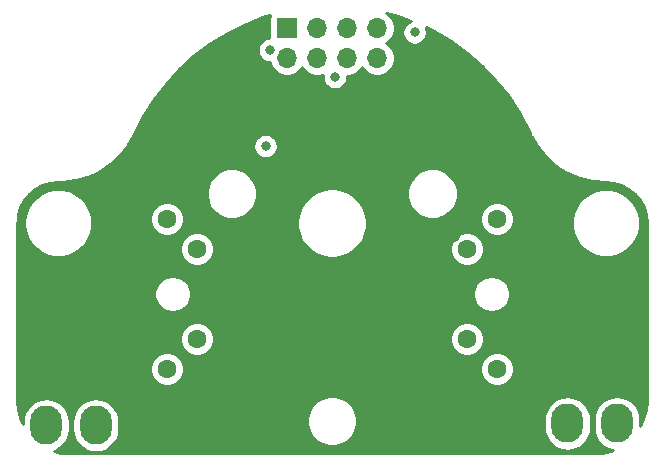
<source format=gbr>
%TF.GenerationSoftware,KiCad,Pcbnew,(5.1.12-1-10_14)*%
%TF.CreationDate,2021-11-28T15:33:12+11:00*%
%TF.ProjectId,dual_needle_gauge,6475616c-5f6e-4656-9564-6c655f676175,rev?*%
%TF.SameCoordinates,Original*%
%TF.FileFunction,Copper,L2,Inr*%
%TF.FilePolarity,Positive*%
%FSLAX46Y46*%
G04 Gerber Fmt 4.6, Leading zero omitted, Abs format (unit mm)*
G04 Created by KiCad (PCBNEW (5.1.12-1-10_14)) date 2021-11-28 15:33:12*
%MOMM*%
%LPD*%
G01*
G04 APERTURE LIST*
%TA.AperFunction,ComponentPad*%
%ADD10C,1.600000*%
%TD*%
%TA.AperFunction,ComponentPad*%
%ADD11O,2.700000X3.300000*%
%TD*%
%TA.AperFunction,ComponentPad*%
%ADD12O,1.700000X1.700000*%
%TD*%
%TA.AperFunction,ComponentPad*%
%ADD13R,1.700000X1.700000*%
%TD*%
%TA.AperFunction,ViaPad*%
%ADD14C,0.800000*%
%TD*%
%TA.AperFunction,Conductor*%
%ADD15C,0.254000*%
%TD*%
%TA.AperFunction,Conductor*%
%ADD16C,0.100000*%
%TD*%
G04 APERTURE END LIST*
D10*
%TO.N,/COIL8*%
%TO.C,M1*%
X193630576Y-128559417D03*
%TO.N,/COIL7*%
X193630576Y-120939417D03*
%TO.N,/COIL6*%
X170770576Y-128559417D03*
%TO.N,/COIL5*%
X170770576Y-120939417D03*
%TO.N,/COIL4*%
X196170576Y-131099417D03*
%TO.N,/COIL3*%
X196170576Y-118399417D03*
%TO.N,/COIL2*%
X168230576Y-131099417D03*
%TO.N,/COIL1*%
X168222000Y-118393000D03*
%TD*%
D11*
%TO.N,/DOUT*%
%TO.C,J3*%
X202122000Y-135710000D03*
%TO.N,/LEDGND*%
X206322000Y-135710000D03*
%TO.N,/LED+5V*%
X202122000Y-130210000D03*
%TA.AperFunction,ComponentPad*%
G36*
G01*
X207672000Y-128810001D02*
X207672000Y-131609999D01*
G75*
G02*
X207421999Y-131860000I-250001J0D01*
G01*
X205222001Y-131860000D01*
G75*
G02*
X204972000Y-131609999I0J250001D01*
G01*
X204972000Y-128810001D01*
G75*
G02*
X205222001Y-128560000I250001J0D01*
G01*
X207421999Y-128560000D01*
G75*
G02*
X207672000Y-128810001I0J-250001D01*
G01*
G37*
%TD.AperFunction*%
%TD*%
%TO.N,/DIN*%
%TO.C,J1*%
X157989000Y-135863000D03*
%TO.N,/LEDGND*%
X162189000Y-135863000D03*
%TO.N,/LED+5V*%
X157989000Y-130363000D03*
%TA.AperFunction,ComponentPad*%
G36*
G01*
X163539000Y-128963001D02*
X163539000Y-131762999D01*
G75*
G02*
X163288999Y-132013000I-250001J0D01*
G01*
X161089001Y-132013000D01*
G75*
G02*
X160839000Y-131762999I0J250001D01*
G01*
X160839000Y-128963001D01*
G75*
G02*
X161089001Y-128713000I250001J0D01*
G01*
X163288999Y-128713000D01*
G75*
G02*
X163539000Y-128963001I0J-250001D01*
G01*
G37*
%TD.AperFunction*%
%TD*%
D12*
%TO.N,/COIL7*%
%TO.C,J2*%
X186002000Y-104773000D03*
%TO.N,/COIL3*%
X186002000Y-102233000D03*
%TO.N,/COIL8*%
X183462000Y-104773000D03*
%TO.N,/COIL4*%
X183462000Y-102233000D03*
%TO.N,/COIL6*%
X180922000Y-104773000D03*
%TO.N,/COIL2*%
X180922000Y-102233000D03*
%TO.N,/COIL5*%
X178382000Y-104773000D03*
D13*
%TO.N,/COIL1*%
X178382000Y-102233000D03*
%TD*%
D14*
%TO.N,/LED+5V*%
X183464500Y-115398900D03*
X178173600Y-119173900D03*
X175811900Y-120099700D03*
X174479400Y-106750800D03*
X173088400Y-125141900D03*
X189182000Y-134353100D03*
X183239400Y-109195500D03*
X179755200Y-133598200D03*
X199191900Y-121272300D03*
X197073800Y-116479600D03*
X187419300Y-119418700D03*
X175384500Y-134170600D03*
X171225800Y-109265400D03*
X188690300Y-106874000D03*
X180905000Y-109195500D03*
X177319400Y-109195500D03*
X171216700Y-112197000D03*
X175871500Y-110045100D03*
X186649200Y-109233300D03*
X197004500Y-110433000D03*
X188390100Y-113644100D03*
X171908800Y-118294100D03*
X164574500Y-117330600D03*
X192635600Y-119896200D03*
X193448600Y-126799000D03*
X187607000Y-126418900D03*
X175211000Y-127661400D03*
X179656000Y-127661400D03*
X184101000Y-127661400D03*
X168934165Y-121858000D03*
X176346260Y-116206257D03*
X192344100Y-110332800D03*
%TO.N,/LEDGND*%
X176939341Y-104113176D03*
X182439341Y-106363176D03*
X176563082Y-112236917D03*
X189189341Y-102613176D03*
%TD*%
D15*
%TO.N,/LED+5V*%
X187736703Y-101209735D02*
X188869496Y-101625384D01*
X188699085Y-101695971D01*
X188529567Y-101809239D01*
X188385404Y-101953402D01*
X188272136Y-102122920D01*
X188194115Y-102311278D01*
X188154341Y-102511237D01*
X188154341Y-102715115D01*
X188194115Y-102915074D01*
X188272136Y-103103432D01*
X188385404Y-103272950D01*
X188529567Y-103417113D01*
X188699085Y-103530381D01*
X188887443Y-103608402D01*
X189087402Y-103648176D01*
X189291280Y-103648176D01*
X189491239Y-103608402D01*
X189679597Y-103530381D01*
X189849115Y-103417113D01*
X189993278Y-103272950D01*
X190106546Y-103103432D01*
X190184567Y-102915074D01*
X190224341Y-102715115D01*
X190224341Y-102511237D01*
X190184567Y-102311278D01*
X190128298Y-102175435D01*
X190810727Y-102498736D01*
X192247539Y-103346749D01*
X193601574Y-104321490D01*
X194861686Y-105414932D01*
X196017514Y-106618085D01*
X197059543Y-107921046D01*
X197979190Y-109313083D01*
X198774231Y-110792682D01*
X198947451Y-111164047D01*
X198949719Y-111168385D01*
X198950683Y-111170874D01*
X199075461Y-111430583D01*
X199092246Y-111459466D01*
X199107390Y-111489237D01*
X199627460Y-112339179D01*
X199677103Y-112407602D01*
X199688279Y-112423006D01*
X200334906Y-113181127D01*
X200399650Y-113245957D01*
X200408089Y-113254407D01*
X201165351Y-113902040D01*
X201249098Y-113962971D01*
X202098348Y-114484167D01*
X202127643Y-114499118D01*
X202190596Y-114531247D01*
X203110925Y-114913175D01*
X203158218Y-114928576D01*
X203209400Y-114945244D01*
X204178144Y-115178499D01*
X204275842Y-115194039D01*
X204280425Y-115194768D01*
X205267518Y-115273113D01*
X205293517Y-115275674D01*
X205337040Y-115275675D01*
X206042234Y-115344820D01*
X206689498Y-115540240D01*
X207286474Y-115857658D01*
X207810429Y-116284985D01*
X208241404Y-116805944D01*
X208562981Y-117400688D01*
X208762916Y-118046574D01*
X208836840Y-118749907D01*
X208836841Y-133800428D01*
X208764403Y-134612080D01*
X208557168Y-135369605D01*
X208307000Y-135894092D01*
X208307000Y-135312491D01*
X208278278Y-135020873D01*
X208164774Y-134646698D01*
X207980453Y-134301857D01*
X207732398Y-133999602D01*
X207430143Y-133751547D01*
X207085302Y-133567226D01*
X206711128Y-133453722D01*
X206322000Y-133415396D01*
X205932873Y-133453722D01*
X205558699Y-133567226D01*
X205213858Y-133751547D01*
X204911603Y-133999602D01*
X204663547Y-134301857D01*
X204479226Y-134646698D01*
X204365722Y-135020872D01*
X204337000Y-135312490D01*
X204337000Y-136107509D01*
X204365722Y-136399127D01*
X204479226Y-136773301D01*
X204663547Y-137118143D01*
X204911602Y-137420398D01*
X205213857Y-137668453D01*
X205558698Y-137852774D01*
X205932872Y-137966278D01*
X205938833Y-137966865D01*
X205825803Y-138016482D01*
X205057072Y-138201037D01*
X204392632Y-138249831D01*
X159996234Y-138249831D01*
X159184593Y-138177394D01*
X158659811Y-138033830D01*
X158752301Y-138005774D01*
X159097143Y-137821453D01*
X159399398Y-137573398D01*
X159647453Y-137271143D01*
X159831774Y-136926302D01*
X159945278Y-136552128D01*
X159974000Y-136260510D01*
X159974000Y-135465491D01*
X159974000Y-135465490D01*
X160204000Y-135465490D01*
X160204000Y-136260509D01*
X160232722Y-136552127D01*
X160346226Y-136926301D01*
X160530547Y-137271143D01*
X160778602Y-137573398D01*
X161080857Y-137821453D01*
X161425698Y-138005774D01*
X161799872Y-138119278D01*
X162189000Y-138157604D01*
X162578127Y-138119278D01*
X162952301Y-138005774D01*
X163297143Y-137821453D01*
X163599398Y-137573398D01*
X163847453Y-137271143D01*
X164031774Y-136926302D01*
X164145278Y-136552128D01*
X164174000Y-136260510D01*
X164174000Y-135465491D01*
X164156984Y-135292721D01*
X180057000Y-135292721D01*
X180057000Y-135713279D01*
X180139047Y-136125756D01*
X180299988Y-136514302D01*
X180533637Y-136863983D01*
X180831017Y-137161363D01*
X181180698Y-137395012D01*
X181569244Y-137555953D01*
X181981721Y-137638000D01*
X182402279Y-137638000D01*
X182814756Y-137555953D01*
X183203302Y-137395012D01*
X183552983Y-137161363D01*
X183850363Y-136863983D01*
X184084012Y-136514302D01*
X184244953Y-136125756D01*
X184327000Y-135713279D01*
X184327000Y-135312490D01*
X200137000Y-135312490D01*
X200137000Y-136107509D01*
X200165722Y-136399127D01*
X200279226Y-136773301D01*
X200463547Y-137118143D01*
X200711602Y-137420398D01*
X201013857Y-137668453D01*
X201358698Y-137852774D01*
X201732872Y-137966278D01*
X202122000Y-138004604D01*
X202511127Y-137966278D01*
X202885301Y-137852774D01*
X203230143Y-137668453D01*
X203532398Y-137420398D01*
X203780453Y-137118143D01*
X203964774Y-136773302D01*
X204078278Y-136399128D01*
X204107000Y-136107510D01*
X204107000Y-135312491D01*
X204078278Y-135020873D01*
X203964774Y-134646698D01*
X203780453Y-134301857D01*
X203532398Y-133999602D01*
X203230143Y-133751547D01*
X202885302Y-133567226D01*
X202511128Y-133453722D01*
X202122000Y-133415396D01*
X201732873Y-133453722D01*
X201358699Y-133567226D01*
X201013858Y-133751547D01*
X200711603Y-133999602D01*
X200463547Y-134301857D01*
X200279226Y-134646698D01*
X200165722Y-135020872D01*
X200137000Y-135312490D01*
X184327000Y-135312490D01*
X184327000Y-135292721D01*
X184244953Y-134880244D01*
X184084012Y-134491698D01*
X183850363Y-134142017D01*
X183552983Y-133844637D01*
X183203302Y-133610988D01*
X182814756Y-133450047D01*
X182402279Y-133368000D01*
X181981721Y-133368000D01*
X181569244Y-133450047D01*
X181180698Y-133610988D01*
X180831017Y-133844637D01*
X180533637Y-134142017D01*
X180299988Y-134491698D01*
X180139047Y-134880244D01*
X180057000Y-135292721D01*
X164156984Y-135292721D01*
X164145278Y-135173873D01*
X164031774Y-134799698D01*
X163847453Y-134454857D01*
X163599398Y-134152602D01*
X163297143Y-133904547D01*
X162952302Y-133720226D01*
X162578128Y-133606722D01*
X162189000Y-133568396D01*
X161799873Y-133606722D01*
X161425699Y-133720226D01*
X161080858Y-133904547D01*
X160778603Y-134152602D01*
X160530547Y-134454857D01*
X160346226Y-134799698D01*
X160232722Y-135173872D01*
X160204000Y-135465490D01*
X159974000Y-135465490D01*
X159945278Y-135173873D01*
X159831774Y-134799698D01*
X159647453Y-134454857D01*
X159399398Y-134152602D01*
X159097143Y-133904547D01*
X158752302Y-133720226D01*
X158378128Y-133606722D01*
X157989000Y-133568396D01*
X157599873Y-133606722D01*
X157225699Y-133720226D01*
X156880858Y-133904547D01*
X156578603Y-134152602D01*
X156330547Y-134454857D01*
X156146226Y-134799698D01*
X156032722Y-135173872D01*
X156004000Y-135465490D01*
X156004000Y-135748645D01*
X155780191Y-135238794D01*
X155595636Y-134470063D01*
X155546842Y-133805623D01*
X155546842Y-130958082D01*
X166795576Y-130958082D01*
X166795576Y-131240752D01*
X166850723Y-131517991D01*
X166958896Y-131779144D01*
X167115939Y-132014176D01*
X167315817Y-132214054D01*
X167550849Y-132371097D01*
X167812002Y-132479270D01*
X168089241Y-132534417D01*
X168371911Y-132534417D01*
X168649150Y-132479270D01*
X168910303Y-132371097D01*
X169145335Y-132214054D01*
X169345213Y-132014176D01*
X169502256Y-131779144D01*
X169610429Y-131517991D01*
X169665576Y-131240752D01*
X169665576Y-130958082D01*
X194735576Y-130958082D01*
X194735576Y-131240752D01*
X194790723Y-131517991D01*
X194898896Y-131779144D01*
X195055939Y-132014176D01*
X195255817Y-132214054D01*
X195490849Y-132371097D01*
X195752002Y-132479270D01*
X196029241Y-132534417D01*
X196311911Y-132534417D01*
X196589150Y-132479270D01*
X196850303Y-132371097D01*
X197085335Y-132214054D01*
X197285213Y-132014176D01*
X197442256Y-131779144D01*
X197550429Y-131517991D01*
X197605576Y-131240752D01*
X197605576Y-130958082D01*
X197550429Y-130680843D01*
X197442256Y-130419690D01*
X197285213Y-130184658D01*
X197085335Y-129984780D01*
X196850303Y-129827737D01*
X196589150Y-129719564D01*
X196311911Y-129664417D01*
X196029241Y-129664417D01*
X195752002Y-129719564D01*
X195490849Y-129827737D01*
X195255817Y-129984780D01*
X195055939Y-130184658D01*
X194898896Y-130419690D01*
X194790723Y-130680843D01*
X194735576Y-130958082D01*
X169665576Y-130958082D01*
X169610429Y-130680843D01*
X169502256Y-130419690D01*
X169345213Y-130184658D01*
X169145335Y-129984780D01*
X168910303Y-129827737D01*
X168649150Y-129719564D01*
X168371911Y-129664417D01*
X168089241Y-129664417D01*
X167812002Y-129719564D01*
X167550849Y-129827737D01*
X167315817Y-129984780D01*
X167115939Y-130184658D01*
X166958896Y-130419690D01*
X166850723Y-130680843D01*
X166795576Y-130958082D01*
X155546842Y-130958082D01*
X155546842Y-128418082D01*
X169335576Y-128418082D01*
X169335576Y-128700752D01*
X169390723Y-128977991D01*
X169498896Y-129239144D01*
X169655939Y-129474176D01*
X169855817Y-129674054D01*
X170090849Y-129831097D01*
X170352002Y-129939270D01*
X170629241Y-129994417D01*
X170911911Y-129994417D01*
X171189150Y-129939270D01*
X171450303Y-129831097D01*
X171685335Y-129674054D01*
X171885213Y-129474176D01*
X172042256Y-129239144D01*
X172150429Y-128977991D01*
X172205576Y-128700752D01*
X172205576Y-128418082D01*
X192195576Y-128418082D01*
X192195576Y-128700752D01*
X192250723Y-128977991D01*
X192358896Y-129239144D01*
X192515939Y-129474176D01*
X192715817Y-129674054D01*
X192950849Y-129831097D01*
X193212002Y-129939270D01*
X193489241Y-129994417D01*
X193771911Y-129994417D01*
X194049150Y-129939270D01*
X194310303Y-129831097D01*
X194545335Y-129674054D01*
X194745213Y-129474176D01*
X194902256Y-129239144D01*
X195010429Y-128977991D01*
X195065576Y-128700752D01*
X195065576Y-128418082D01*
X195010429Y-128140843D01*
X194902256Y-127879690D01*
X194745213Y-127644658D01*
X194545335Y-127444780D01*
X194310303Y-127287737D01*
X194049150Y-127179564D01*
X193771911Y-127124417D01*
X193489241Y-127124417D01*
X193212002Y-127179564D01*
X192950849Y-127287737D01*
X192715817Y-127444780D01*
X192515939Y-127644658D01*
X192358896Y-127879690D01*
X192250723Y-128140843D01*
X192195576Y-128418082D01*
X172205576Y-128418082D01*
X172150429Y-128140843D01*
X172042256Y-127879690D01*
X171885213Y-127644658D01*
X171685335Y-127444780D01*
X171450303Y-127287737D01*
X171189150Y-127179564D01*
X170911911Y-127124417D01*
X170629241Y-127124417D01*
X170352002Y-127179564D01*
X170090849Y-127287737D01*
X169855817Y-127444780D01*
X169655939Y-127644658D01*
X169498896Y-127879690D01*
X169390723Y-128140843D01*
X169335576Y-128418082D01*
X155546842Y-128418082D01*
X155546842Y-124601816D01*
X167157000Y-124601816D01*
X167157000Y-124904184D01*
X167215989Y-125200743D01*
X167331701Y-125480095D01*
X167499688Y-125731505D01*
X167713495Y-125945312D01*
X167964905Y-126113299D01*
X168244257Y-126229011D01*
X168540816Y-126288000D01*
X168843184Y-126288000D01*
X169139743Y-126229011D01*
X169419095Y-126113299D01*
X169670505Y-125945312D01*
X169884312Y-125731505D01*
X170052299Y-125480095D01*
X170168011Y-125200743D01*
X170227000Y-124904184D01*
X170227000Y-124601816D01*
X194157000Y-124601816D01*
X194157000Y-124904184D01*
X194215989Y-125200743D01*
X194331701Y-125480095D01*
X194499688Y-125731505D01*
X194713495Y-125945312D01*
X194964905Y-126113299D01*
X195244257Y-126229011D01*
X195540816Y-126288000D01*
X195843184Y-126288000D01*
X196139743Y-126229011D01*
X196419095Y-126113299D01*
X196670505Y-125945312D01*
X196884312Y-125731505D01*
X197052299Y-125480095D01*
X197168011Y-125200743D01*
X197227000Y-124904184D01*
X197227000Y-124601816D01*
X197168011Y-124305257D01*
X197052299Y-124025905D01*
X196884312Y-123774495D01*
X196670505Y-123560688D01*
X196419095Y-123392701D01*
X196139743Y-123276989D01*
X195843184Y-123218000D01*
X195540816Y-123218000D01*
X195244257Y-123276989D01*
X194964905Y-123392701D01*
X194713495Y-123560688D01*
X194499688Y-123774495D01*
X194331701Y-124025905D01*
X194215989Y-124305257D01*
X194157000Y-124601816D01*
X170227000Y-124601816D01*
X170168011Y-124305257D01*
X170052299Y-124025905D01*
X169884312Y-123774495D01*
X169670505Y-123560688D01*
X169419095Y-123392701D01*
X169139743Y-123276989D01*
X168843184Y-123218000D01*
X168540816Y-123218000D01*
X168244257Y-123276989D01*
X167964905Y-123392701D01*
X167713495Y-123560688D01*
X167499688Y-123774495D01*
X167331701Y-124025905D01*
X167215989Y-124305257D01*
X167157000Y-124601816D01*
X155546842Y-124601816D01*
X155546842Y-118775445D01*
X155577884Y-118458852D01*
X156129000Y-118458852D01*
X156129000Y-119027148D01*
X156239869Y-119584523D01*
X156457346Y-120109560D01*
X156773074Y-120582080D01*
X157174920Y-120983926D01*
X157647440Y-121299654D01*
X158172477Y-121517131D01*
X158729852Y-121628000D01*
X159298148Y-121628000D01*
X159855523Y-121517131D01*
X160380560Y-121299654D01*
X160853080Y-120983926D01*
X161038924Y-120798082D01*
X169335576Y-120798082D01*
X169335576Y-121080752D01*
X169390723Y-121357991D01*
X169498896Y-121619144D01*
X169655939Y-121854176D01*
X169855817Y-122054054D01*
X170090849Y-122211097D01*
X170352002Y-122319270D01*
X170629241Y-122374417D01*
X170911911Y-122374417D01*
X171189150Y-122319270D01*
X171450303Y-122211097D01*
X171685335Y-122054054D01*
X171885213Y-121854176D01*
X172042256Y-121619144D01*
X172150429Y-121357991D01*
X172205576Y-121080752D01*
X172205576Y-120798082D01*
X172150429Y-120520843D01*
X172042256Y-120259690D01*
X171885213Y-120024658D01*
X171685335Y-119824780D01*
X171450303Y-119667737D01*
X171189150Y-119559564D01*
X170911911Y-119504417D01*
X170629241Y-119504417D01*
X170352002Y-119559564D01*
X170090849Y-119667737D01*
X169855817Y-119824780D01*
X169655939Y-120024658D01*
X169498896Y-120259690D01*
X169390723Y-120520843D01*
X169335576Y-120798082D01*
X161038924Y-120798082D01*
X161254926Y-120582080D01*
X161570654Y-120109560D01*
X161788131Y-119584523D01*
X161899000Y-119027148D01*
X161899000Y-118458852D01*
X161857788Y-118251665D01*
X166787000Y-118251665D01*
X166787000Y-118534335D01*
X166842147Y-118811574D01*
X166950320Y-119072727D01*
X167107363Y-119307759D01*
X167307241Y-119507637D01*
X167542273Y-119664680D01*
X167803426Y-119772853D01*
X168080665Y-119828000D01*
X168363335Y-119828000D01*
X168640574Y-119772853D01*
X168901727Y-119664680D01*
X169136759Y-119507637D01*
X169336637Y-119307759D01*
X169493680Y-119072727D01*
X169601853Y-118811574D01*
X169657000Y-118534335D01*
X169657000Y-118463928D01*
X179257000Y-118463928D01*
X179257000Y-119042072D01*
X179369791Y-119609108D01*
X179591037Y-120143244D01*
X179912237Y-120623953D01*
X180321047Y-121032763D01*
X180801756Y-121353963D01*
X181335892Y-121575209D01*
X181902928Y-121688000D01*
X182481072Y-121688000D01*
X183048108Y-121575209D01*
X183582244Y-121353963D01*
X184062953Y-121032763D01*
X184297634Y-120798082D01*
X192195576Y-120798082D01*
X192195576Y-121080752D01*
X192250723Y-121357991D01*
X192358896Y-121619144D01*
X192515939Y-121854176D01*
X192715817Y-122054054D01*
X192950849Y-122211097D01*
X193212002Y-122319270D01*
X193489241Y-122374417D01*
X193771911Y-122374417D01*
X194049150Y-122319270D01*
X194310303Y-122211097D01*
X194545335Y-122054054D01*
X194745213Y-121854176D01*
X194902256Y-121619144D01*
X195010429Y-121357991D01*
X195065576Y-121080752D01*
X195065576Y-120798082D01*
X195010429Y-120520843D01*
X194902256Y-120259690D01*
X194745213Y-120024658D01*
X194545335Y-119824780D01*
X194310303Y-119667737D01*
X194049150Y-119559564D01*
X193771911Y-119504417D01*
X193489241Y-119504417D01*
X193212002Y-119559564D01*
X192950849Y-119667737D01*
X192715817Y-119824780D01*
X192515939Y-120024658D01*
X192358896Y-120259690D01*
X192250723Y-120520843D01*
X192195576Y-120798082D01*
X184297634Y-120798082D01*
X184471763Y-120623953D01*
X184792963Y-120143244D01*
X185014209Y-119609108D01*
X185127000Y-119042072D01*
X185127000Y-118463928D01*
X185014209Y-117896892D01*
X184792963Y-117362756D01*
X184471763Y-116882047D01*
X184062953Y-116473237D01*
X183582244Y-116152037D01*
X183342474Y-116052721D01*
X188547000Y-116052721D01*
X188547000Y-116473279D01*
X188629047Y-116885756D01*
X188789988Y-117274302D01*
X189023637Y-117623983D01*
X189321017Y-117921363D01*
X189670698Y-118155012D01*
X190059244Y-118315953D01*
X190471721Y-118398000D01*
X190892279Y-118398000D01*
X191304756Y-118315953D01*
X191444468Y-118258082D01*
X194735576Y-118258082D01*
X194735576Y-118540752D01*
X194790723Y-118817991D01*
X194898896Y-119079144D01*
X195055939Y-119314176D01*
X195255817Y-119514054D01*
X195490849Y-119671097D01*
X195752002Y-119779270D01*
X196029241Y-119834417D01*
X196311911Y-119834417D01*
X196589150Y-119779270D01*
X196850303Y-119671097D01*
X197085335Y-119514054D01*
X197285213Y-119314176D01*
X197442256Y-119079144D01*
X197550429Y-118817991D01*
X197605576Y-118540752D01*
X197605576Y-118458852D01*
X202484000Y-118458852D01*
X202484000Y-119027148D01*
X202594869Y-119584523D01*
X202812346Y-120109560D01*
X203128074Y-120582080D01*
X203529920Y-120983926D01*
X204002440Y-121299654D01*
X204527477Y-121517131D01*
X205084852Y-121628000D01*
X205653148Y-121628000D01*
X206210523Y-121517131D01*
X206735560Y-121299654D01*
X207208080Y-120983926D01*
X207609926Y-120582080D01*
X207925654Y-120109560D01*
X208143131Y-119584523D01*
X208254000Y-119027148D01*
X208254000Y-118458852D01*
X208143131Y-117901477D01*
X207925654Y-117376440D01*
X207609926Y-116903920D01*
X207208080Y-116502074D01*
X206735560Y-116186346D01*
X206210523Y-115968869D01*
X205653148Y-115858000D01*
X205084852Y-115858000D01*
X204527477Y-115968869D01*
X204002440Y-116186346D01*
X203529920Y-116502074D01*
X203128074Y-116903920D01*
X202812346Y-117376440D01*
X202594869Y-117901477D01*
X202484000Y-118458852D01*
X197605576Y-118458852D01*
X197605576Y-118258082D01*
X197550429Y-117980843D01*
X197442256Y-117719690D01*
X197285213Y-117484658D01*
X197085335Y-117284780D01*
X196850303Y-117127737D01*
X196589150Y-117019564D01*
X196311911Y-116964417D01*
X196029241Y-116964417D01*
X195752002Y-117019564D01*
X195490849Y-117127737D01*
X195255817Y-117284780D01*
X195055939Y-117484658D01*
X194898896Y-117719690D01*
X194790723Y-117980843D01*
X194735576Y-118258082D01*
X191444468Y-118258082D01*
X191693302Y-118155012D01*
X192042983Y-117921363D01*
X192340363Y-117623983D01*
X192574012Y-117274302D01*
X192734953Y-116885756D01*
X192817000Y-116473279D01*
X192817000Y-116052721D01*
X192734953Y-115640244D01*
X192574012Y-115251698D01*
X192340363Y-114902017D01*
X192042983Y-114604637D01*
X191693302Y-114370988D01*
X191304756Y-114210047D01*
X190892279Y-114128000D01*
X190471721Y-114128000D01*
X190059244Y-114210047D01*
X189670698Y-114370988D01*
X189321017Y-114604637D01*
X189023637Y-114902017D01*
X188789988Y-115251698D01*
X188629047Y-115640244D01*
X188547000Y-116052721D01*
X183342474Y-116052721D01*
X183048108Y-115930791D01*
X182481072Y-115818000D01*
X181902928Y-115818000D01*
X181335892Y-115930791D01*
X180801756Y-116152037D01*
X180321047Y-116473237D01*
X179912237Y-116882047D01*
X179591037Y-117362756D01*
X179369791Y-117896892D01*
X179257000Y-118463928D01*
X169657000Y-118463928D01*
X169657000Y-118251665D01*
X169601853Y-117974426D01*
X169493680Y-117713273D01*
X169336637Y-117478241D01*
X169136759Y-117278363D01*
X168901727Y-117121320D01*
X168640574Y-117013147D01*
X168363335Y-116958000D01*
X168080665Y-116958000D01*
X167803426Y-117013147D01*
X167542273Y-117121320D01*
X167307241Y-117278363D01*
X167107363Y-117478241D01*
X166950320Y-117713273D01*
X166842147Y-117974426D01*
X166787000Y-118251665D01*
X161857788Y-118251665D01*
X161788131Y-117901477D01*
X161570654Y-117376440D01*
X161254926Y-116903920D01*
X160853080Y-116502074D01*
X160380560Y-116186346D01*
X160057961Y-116052721D01*
X171567000Y-116052721D01*
X171567000Y-116473279D01*
X171649047Y-116885756D01*
X171809988Y-117274302D01*
X172043637Y-117623983D01*
X172341017Y-117921363D01*
X172690698Y-118155012D01*
X173079244Y-118315953D01*
X173491721Y-118398000D01*
X173912279Y-118398000D01*
X174324756Y-118315953D01*
X174713302Y-118155012D01*
X175062983Y-117921363D01*
X175360363Y-117623983D01*
X175594012Y-117274302D01*
X175754953Y-116885756D01*
X175837000Y-116473279D01*
X175837000Y-116052721D01*
X175754953Y-115640244D01*
X175594012Y-115251698D01*
X175360363Y-114902017D01*
X175062983Y-114604637D01*
X174713302Y-114370988D01*
X174324756Y-114210047D01*
X173912279Y-114128000D01*
X173491721Y-114128000D01*
X173079244Y-114210047D01*
X172690698Y-114370988D01*
X172341017Y-114604637D01*
X172043637Y-114902017D01*
X171809988Y-115251698D01*
X171649047Y-115640244D01*
X171567000Y-116052721D01*
X160057961Y-116052721D01*
X159855523Y-115968869D01*
X159298148Y-115858000D01*
X158729852Y-115858000D01*
X158172477Y-115968869D01*
X157647440Y-116186346D01*
X157174920Y-116502074D01*
X156773074Y-116903920D01*
X156457346Y-117376440D01*
X156239869Y-117901477D01*
X156129000Y-118458852D01*
X155577884Y-118458852D01*
X155615984Y-118070283D01*
X155811403Y-117423021D01*
X156128824Y-116826040D01*
X156556151Y-116302087D01*
X157077108Y-115871112D01*
X157671854Y-115549535D01*
X158317739Y-115349600D01*
X159021063Y-115275677D01*
X159085937Y-115275677D01*
X159093403Y-115274942D01*
X159356547Y-115268970D01*
X159389780Y-115265594D01*
X159423150Y-115264079D01*
X160411940Y-115140919D01*
X160513391Y-115120094D01*
X161470740Y-114843769D01*
X161507178Y-114830073D01*
X161567683Y-114807331D01*
X162470020Y-114384646D01*
X162560071Y-114333490D01*
X163385176Y-113774852D01*
X163466115Y-113710239D01*
X164193671Y-113029404D01*
X164263506Y-112952925D01*
X164263507Y-112952923D01*
X164875598Y-112166659D01*
X164896487Y-112134978D01*
X175528082Y-112134978D01*
X175528082Y-112338856D01*
X175567856Y-112538815D01*
X175645877Y-112727173D01*
X175759145Y-112896691D01*
X175903308Y-113040854D01*
X176072826Y-113154122D01*
X176261184Y-113232143D01*
X176461143Y-113271917D01*
X176665021Y-113271917D01*
X176864980Y-113232143D01*
X177053338Y-113154122D01*
X177222856Y-113040854D01*
X177367019Y-112896691D01*
X177480287Y-112727173D01*
X177558308Y-112538815D01*
X177598082Y-112338856D01*
X177598082Y-112134978D01*
X177558308Y-111935019D01*
X177480287Y-111746661D01*
X177367019Y-111577143D01*
X177222856Y-111432980D01*
X177053338Y-111319712D01*
X176864980Y-111241691D01*
X176665021Y-111201917D01*
X176461143Y-111201917D01*
X176261184Y-111241691D01*
X176072826Y-111319712D01*
X175903308Y-111432980D01*
X175759145Y-111577143D01*
X175645877Y-111746661D01*
X175567856Y-111935019D01*
X175528082Y-112134978D01*
X164896487Y-112134978D01*
X164913190Y-112109647D01*
X164932610Y-112080196D01*
X165414167Y-111207856D01*
X165415557Y-111204791D01*
X165424691Y-111188003D01*
X166194391Y-109674071D01*
X167082184Y-108261510D01*
X168094353Y-106935217D01*
X169222554Y-105706127D01*
X170457511Y-104584343D01*
X171789064Y-103579098D01*
X173206239Y-102698676D01*
X174697365Y-101950323D01*
X176250184Y-101340195D01*
X176942767Y-101138316D01*
X176942498Y-101138820D01*
X176906188Y-101258518D01*
X176893928Y-101383000D01*
X176893928Y-103078176D01*
X176837402Y-103078176D01*
X176637443Y-103117950D01*
X176449085Y-103195971D01*
X176279567Y-103309239D01*
X176135404Y-103453402D01*
X176022136Y-103622920D01*
X175944115Y-103811278D01*
X175904341Y-104011237D01*
X175904341Y-104215115D01*
X175944115Y-104415074D01*
X176022136Y-104603432D01*
X176135404Y-104772950D01*
X176279567Y-104917113D01*
X176449085Y-105030381D01*
X176637443Y-105108402D01*
X176837402Y-105148176D01*
X176942535Y-105148176D01*
X176954068Y-105206158D01*
X177066010Y-105476411D01*
X177228525Y-105719632D01*
X177435368Y-105926475D01*
X177678589Y-106088990D01*
X177948842Y-106200932D01*
X178235740Y-106258000D01*
X178528260Y-106258000D01*
X178815158Y-106200932D01*
X179085411Y-106088990D01*
X179328632Y-105926475D01*
X179535475Y-105719632D01*
X179652000Y-105545240D01*
X179768525Y-105719632D01*
X179975368Y-105926475D01*
X180218589Y-106088990D01*
X180488842Y-106200932D01*
X180775740Y-106258000D01*
X181068260Y-106258000D01*
X181355158Y-106200932D01*
X181421829Y-106173316D01*
X181404341Y-106261237D01*
X181404341Y-106465115D01*
X181444115Y-106665074D01*
X181522136Y-106853432D01*
X181635404Y-107022950D01*
X181779567Y-107167113D01*
X181949085Y-107280381D01*
X182137443Y-107358402D01*
X182337402Y-107398176D01*
X182541280Y-107398176D01*
X182741239Y-107358402D01*
X182929597Y-107280381D01*
X183099115Y-107167113D01*
X183243278Y-107022950D01*
X183356546Y-106853432D01*
X183434567Y-106665074D01*
X183474341Y-106465115D01*
X183474341Y-106261237D01*
X183473697Y-106258000D01*
X183608260Y-106258000D01*
X183895158Y-106200932D01*
X184165411Y-106088990D01*
X184408632Y-105926475D01*
X184615475Y-105719632D01*
X184732000Y-105545240D01*
X184848525Y-105719632D01*
X185055368Y-105926475D01*
X185298589Y-106088990D01*
X185568842Y-106200932D01*
X185855740Y-106258000D01*
X186148260Y-106258000D01*
X186435158Y-106200932D01*
X186705411Y-106088990D01*
X186948632Y-105926475D01*
X187155475Y-105719632D01*
X187317990Y-105476411D01*
X187429932Y-105206158D01*
X187487000Y-104919260D01*
X187487000Y-104626740D01*
X187429932Y-104339842D01*
X187317990Y-104069589D01*
X187155475Y-103826368D01*
X186948632Y-103619525D01*
X186774240Y-103503000D01*
X186948632Y-103386475D01*
X187155475Y-103179632D01*
X187317990Y-102936411D01*
X187429932Y-102666158D01*
X187487000Y-102379260D01*
X187487000Y-102086740D01*
X187429932Y-101799842D01*
X187317990Y-101529589D01*
X187155475Y-101286368D01*
X186948632Y-101079525D01*
X186748706Y-100945939D01*
X187736703Y-101209735D01*
%TA.AperFunction,Conductor*%
D16*
G36*
X187736703Y-101209735D02*
G01*
X188869496Y-101625384D01*
X188699085Y-101695971D01*
X188529567Y-101809239D01*
X188385404Y-101953402D01*
X188272136Y-102122920D01*
X188194115Y-102311278D01*
X188154341Y-102511237D01*
X188154341Y-102715115D01*
X188194115Y-102915074D01*
X188272136Y-103103432D01*
X188385404Y-103272950D01*
X188529567Y-103417113D01*
X188699085Y-103530381D01*
X188887443Y-103608402D01*
X189087402Y-103648176D01*
X189291280Y-103648176D01*
X189491239Y-103608402D01*
X189679597Y-103530381D01*
X189849115Y-103417113D01*
X189993278Y-103272950D01*
X190106546Y-103103432D01*
X190184567Y-102915074D01*
X190224341Y-102715115D01*
X190224341Y-102511237D01*
X190184567Y-102311278D01*
X190128298Y-102175435D01*
X190810727Y-102498736D01*
X192247539Y-103346749D01*
X193601574Y-104321490D01*
X194861686Y-105414932D01*
X196017514Y-106618085D01*
X197059543Y-107921046D01*
X197979190Y-109313083D01*
X198774231Y-110792682D01*
X198947451Y-111164047D01*
X198949719Y-111168385D01*
X198950683Y-111170874D01*
X199075461Y-111430583D01*
X199092246Y-111459466D01*
X199107390Y-111489237D01*
X199627460Y-112339179D01*
X199677103Y-112407602D01*
X199688279Y-112423006D01*
X200334906Y-113181127D01*
X200399650Y-113245957D01*
X200408089Y-113254407D01*
X201165351Y-113902040D01*
X201249098Y-113962971D01*
X202098348Y-114484167D01*
X202127643Y-114499118D01*
X202190596Y-114531247D01*
X203110925Y-114913175D01*
X203158218Y-114928576D01*
X203209400Y-114945244D01*
X204178144Y-115178499D01*
X204275842Y-115194039D01*
X204280425Y-115194768D01*
X205267518Y-115273113D01*
X205293517Y-115275674D01*
X205337040Y-115275675D01*
X206042234Y-115344820D01*
X206689498Y-115540240D01*
X207286474Y-115857658D01*
X207810429Y-116284985D01*
X208241404Y-116805944D01*
X208562981Y-117400688D01*
X208762916Y-118046574D01*
X208836840Y-118749907D01*
X208836841Y-133800428D01*
X208764403Y-134612080D01*
X208557168Y-135369605D01*
X208307000Y-135894092D01*
X208307000Y-135312491D01*
X208278278Y-135020873D01*
X208164774Y-134646698D01*
X207980453Y-134301857D01*
X207732398Y-133999602D01*
X207430143Y-133751547D01*
X207085302Y-133567226D01*
X206711128Y-133453722D01*
X206322000Y-133415396D01*
X205932873Y-133453722D01*
X205558699Y-133567226D01*
X205213858Y-133751547D01*
X204911603Y-133999602D01*
X204663547Y-134301857D01*
X204479226Y-134646698D01*
X204365722Y-135020872D01*
X204337000Y-135312490D01*
X204337000Y-136107509D01*
X204365722Y-136399127D01*
X204479226Y-136773301D01*
X204663547Y-137118143D01*
X204911602Y-137420398D01*
X205213857Y-137668453D01*
X205558698Y-137852774D01*
X205932872Y-137966278D01*
X205938833Y-137966865D01*
X205825803Y-138016482D01*
X205057072Y-138201037D01*
X204392632Y-138249831D01*
X159996234Y-138249831D01*
X159184593Y-138177394D01*
X158659811Y-138033830D01*
X158752301Y-138005774D01*
X159097143Y-137821453D01*
X159399398Y-137573398D01*
X159647453Y-137271143D01*
X159831774Y-136926302D01*
X159945278Y-136552128D01*
X159974000Y-136260510D01*
X159974000Y-135465491D01*
X159974000Y-135465490D01*
X160204000Y-135465490D01*
X160204000Y-136260509D01*
X160232722Y-136552127D01*
X160346226Y-136926301D01*
X160530547Y-137271143D01*
X160778602Y-137573398D01*
X161080857Y-137821453D01*
X161425698Y-138005774D01*
X161799872Y-138119278D01*
X162189000Y-138157604D01*
X162578127Y-138119278D01*
X162952301Y-138005774D01*
X163297143Y-137821453D01*
X163599398Y-137573398D01*
X163847453Y-137271143D01*
X164031774Y-136926302D01*
X164145278Y-136552128D01*
X164174000Y-136260510D01*
X164174000Y-135465491D01*
X164156984Y-135292721D01*
X180057000Y-135292721D01*
X180057000Y-135713279D01*
X180139047Y-136125756D01*
X180299988Y-136514302D01*
X180533637Y-136863983D01*
X180831017Y-137161363D01*
X181180698Y-137395012D01*
X181569244Y-137555953D01*
X181981721Y-137638000D01*
X182402279Y-137638000D01*
X182814756Y-137555953D01*
X183203302Y-137395012D01*
X183552983Y-137161363D01*
X183850363Y-136863983D01*
X184084012Y-136514302D01*
X184244953Y-136125756D01*
X184327000Y-135713279D01*
X184327000Y-135312490D01*
X200137000Y-135312490D01*
X200137000Y-136107509D01*
X200165722Y-136399127D01*
X200279226Y-136773301D01*
X200463547Y-137118143D01*
X200711602Y-137420398D01*
X201013857Y-137668453D01*
X201358698Y-137852774D01*
X201732872Y-137966278D01*
X202122000Y-138004604D01*
X202511127Y-137966278D01*
X202885301Y-137852774D01*
X203230143Y-137668453D01*
X203532398Y-137420398D01*
X203780453Y-137118143D01*
X203964774Y-136773302D01*
X204078278Y-136399128D01*
X204107000Y-136107510D01*
X204107000Y-135312491D01*
X204078278Y-135020873D01*
X203964774Y-134646698D01*
X203780453Y-134301857D01*
X203532398Y-133999602D01*
X203230143Y-133751547D01*
X202885302Y-133567226D01*
X202511128Y-133453722D01*
X202122000Y-133415396D01*
X201732873Y-133453722D01*
X201358699Y-133567226D01*
X201013858Y-133751547D01*
X200711603Y-133999602D01*
X200463547Y-134301857D01*
X200279226Y-134646698D01*
X200165722Y-135020872D01*
X200137000Y-135312490D01*
X184327000Y-135312490D01*
X184327000Y-135292721D01*
X184244953Y-134880244D01*
X184084012Y-134491698D01*
X183850363Y-134142017D01*
X183552983Y-133844637D01*
X183203302Y-133610988D01*
X182814756Y-133450047D01*
X182402279Y-133368000D01*
X181981721Y-133368000D01*
X181569244Y-133450047D01*
X181180698Y-133610988D01*
X180831017Y-133844637D01*
X180533637Y-134142017D01*
X180299988Y-134491698D01*
X180139047Y-134880244D01*
X180057000Y-135292721D01*
X164156984Y-135292721D01*
X164145278Y-135173873D01*
X164031774Y-134799698D01*
X163847453Y-134454857D01*
X163599398Y-134152602D01*
X163297143Y-133904547D01*
X162952302Y-133720226D01*
X162578128Y-133606722D01*
X162189000Y-133568396D01*
X161799873Y-133606722D01*
X161425699Y-133720226D01*
X161080858Y-133904547D01*
X160778603Y-134152602D01*
X160530547Y-134454857D01*
X160346226Y-134799698D01*
X160232722Y-135173872D01*
X160204000Y-135465490D01*
X159974000Y-135465490D01*
X159945278Y-135173873D01*
X159831774Y-134799698D01*
X159647453Y-134454857D01*
X159399398Y-134152602D01*
X159097143Y-133904547D01*
X158752302Y-133720226D01*
X158378128Y-133606722D01*
X157989000Y-133568396D01*
X157599873Y-133606722D01*
X157225699Y-133720226D01*
X156880858Y-133904547D01*
X156578603Y-134152602D01*
X156330547Y-134454857D01*
X156146226Y-134799698D01*
X156032722Y-135173872D01*
X156004000Y-135465490D01*
X156004000Y-135748645D01*
X155780191Y-135238794D01*
X155595636Y-134470063D01*
X155546842Y-133805623D01*
X155546842Y-130958082D01*
X166795576Y-130958082D01*
X166795576Y-131240752D01*
X166850723Y-131517991D01*
X166958896Y-131779144D01*
X167115939Y-132014176D01*
X167315817Y-132214054D01*
X167550849Y-132371097D01*
X167812002Y-132479270D01*
X168089241Y-132534417D01*
X168371911Y-132534417D01*
X168649150Y-132479270D01*
X168910303Y-132371097D01*
X169145335Y-132214054D01*
X169345213Y-132014176D01*
X169502256Y-131779144D01*
X169610429Y-131517991D01*
X169665576Y-131240752D01*
X169665576Y-130958082D01*
X194735576Y-130958082D01*
X194735576Y-131240752D01*
X194790723Y-131517991D01*
X194898896Y-131779144D01*
X195055939Y-132014176D01*
X195255817Y-132214054D01*
X195490849Y-132371097D01*
X195752002Y-132479270D01*
X196029241Y-132534417D01*
X196311911Y-132534417D01*
X196589150Y-132479270D01*
X196850303Y-132371097D01*
X197085335Y-132214054D01*
X197285213Y-132014176D01*
X197442256Y-131779144D01*
X197550429Y-131517991D01*
X197605576Y-131240752D01*
X197605576Y-130958082D01*
X197550429Y-130680843D01*
X197442256Y-130419690D01*
X197285213Y-130184658D01*
X197085335Y-129984780D01*
X196850303Y-129827737D01*
X196589150Y-129719564D01*
X196311911Y-129664417D01*
X196029241Y-129664417D01*
X195752002Y-129719564D01*
X195490849Y-129827737D01*
X195255817Y-129984780D01*
X195055939Y-130184658D01*
X194898896Y-130419690D01*
X194790723Y-130680843D01*
X194735576Y-130958082D01*
X169665576Y-130958082D01*
X169610429Y-130680843D01*
X169502256Y-130419690D01*
X169345213Y-130184658D01*
X169145335Y-129984780D01*
X168910303Y-129827737D01*
X168649150Y-129719564D01*
X168371911Y-129664417D01*
X168089241Y-129664417D01*
X167812002Y-129719564D01*
X167550849Y-129827737D01*
X167315817Y-129984780D01*
X167115939Y-130184658D01*
X166958896Y-130419690D01*
X166850723Y-130680843D01*
X166795576Y-130958082D01*
X155546842Y-130958082D01*
X155546842Y-128418082D01*
X169335576Y-128418082D01*
X169335576Y-128700752D01*
X169390723Y-128977991D01*
X169498896Y-129239144D01*
X169655939Y-129474176D01*
X169855817Y-129674054D01*
X170090849Y-129831097D01*
X170352002Y-129939270D01*
X170629241Y-129994417D01*
X170911911Y-129994417D01*
X171189150Y-129939270D01*
X171450303Y-129831097D01*
X171685335Y-129674054D01*
X171885213Y-129474176D01*
X172042256Y-129239144D01*
X172150429Y-128977991D01*
X172205576Y-128700752D01*
X172205576Y-128418082D01*
X192195576Y-128418082D01*
X192195576Y-128700752D01*
X192250723Y-128977991D01*
X192358896Y-129239144D01*
X192515939Y-129474176D01*
X192715817Y-129674054D01*
X192950849Y-129831097D01*
X193212002Y-129939270D01*
X193489241Y-129994417D01*
X193771911Y-129994417D01*
X194049150Y-129939270D01*
X194310303Y-129831097D01*
X194545335Y-129674054D01*
X194745213Y-129474176D01*
X194902256Y-129239144D01*
X195010429Y-128977991D01*
X195065576Y-128700752D01*
X195065576Y-128418082D01*
X195010429Y-128140843D01*
X194902256Y-127879690D01*
X194745213Y-127644658D01*
X194545335Y-127444780D01*
X194310303Y-127287737D01*
X194049150Y-127179564D01*
X193771911Y-127124417D01*
X193489241Y-127124417D01*
X193212002Y-127179564D01*
X192950849Y-127287737D01*
X192715817Y-127444780D01*
X192515939Y-127644658D01*
X192358896Y-127879690D01*
X192250723Y-128140843D01*
X192195576Y-128418082D01*
X172205576Y-128418082D01*
X172150429Y-128140843D01*
X172042256Y-127879690D01*
X171885213Y-127644658D01*
X171685335Y-127444780D01*
X171450303Y-127287737D01*
X171189150Y-127179564D01*
X170911911Y-127124417D01*
X170629241Y-127124417D01*
X170352002Y-127179564D01*
X170090849Y-127287737D01*
X169855817Y-127444780D01*
X169655939Y-127644658D01*
X169498896Y-127879690D01*
X169390723Y-128140843D01*
X169335576Y-128418082D01*
X155546842Y-128418082D01*
X155546842Y-124601816D01*
X167157000Y-124601816D01*
X167157000Y-124904184D01*
X167215989Y-125200743D01*
X167331701Y-125480095D01*
X167499688Y-125731505D01*
X167713495Y-125945312D01*
X167964905Y-126113299D01*
X168244257Y-126229011D01*
X168540816Y-126288000D01*
X168843184Y-126288000D01*
X169139743Y-126229011D01*
X169419095Y-126113299D01*
X169670505Y-125945312D01*
X169884312Y-125731505D01*
X170052299Y-125480095D01*
X170168011Y-125200743D01*
X170227000Y-124904184D01*
X170227000Y-124601816D01*
X194157000Y-124601816D01*
X194157000Y-124904184D01*
X194215989Y-125200743D01*
X194331701Y-125480095D01*
X194499688Y-125731505D01*
X194713495Y-125945312D01*
X194964905Y-126113299D01*
X195244257Y-126229011D01*
X195540816Y-126288000D01*
X195843184Y-126288000D01*
X196139743Y-126229011D01*
X196419095Y-126113299D01*
X196670505Y-125945312D01*
X196884312Y-125731505D01*
X197052299Y-125480095D01*
X197168011Y-125200743D01*
X197227000Y-124904184D01*
X197227000Y-124601816D01*
X197168011Y-124305257D01*
X197052299Y-124025905D01*
X196884312Y-123774495D01*
X196670505Y-123560688D01*
X196419095Y-123392701D01*
X196139743Y-123276989D01*
X195843184Y-123218000D01*
X195540816Y-123218000D01*
X195244257Y-123276989D01*
X194964905Y-123392701D01*
X194713495Y-123560688D01*
X194499688Y-123774495D01*
X194331701Y-124025905D01*
X194215989Y-124305257D01*
X194157000Y-124601816D01*
X170227000Y-124601816D01*
X170168011Y-124305257D01*
X170052299Y-124025905D01*
X169884312Y-123774495D01*
X169670505Y-123560688D01*
X169419095Y-123392701D01*
X169139743Y-123276989D01*
X168843184Y-123218000D01*
X168540816Y-123218000D01*
X168244257Y-123276989D01*
X167964905Y-123392701D01*
X167713495Y-123560688D01*
X167499688Y-123774495D01*
X167331701Y-124025905D01*
X167215989Y-124305257D01*
X167157000Y-124601816D01*
X155546842Y-124601816D01*
X155546842Y-118775445D01*
X155577884Y-118458852D01*
X156129000Y-118458852D01*
X156129000Y-119027148D01*
X156239869Y-119584523D01*
X156457346Y-120109560D01*
X156773074Y-120582080D01*
X157174920Y-120983926D01*
X157647440Y-121299654D01*
X158172477Y-121517131D01*
X158729852Y-121628000D01*
X159298148Y-121628000D01*
X159855523Y-121517131D01*
X160380560Y-121299654D01*
X160853080Y-120983926D01*
X161038924Y-120798082D01*
X169335576Y-120798082D01*
X169335576Y-121080752D01*
X169390723Y-121357991D01*
X169498896Y-121619144D01*
X169655939Y-121854176D01*
X169855817Y-122054054D01*
X170090849Y-122211097D01*
X170352002Y-122319270D01*
X170629241Y-122374417D01*
X170911911Y-122374417D01*
X171189150Y-122319270D01*
X171450303Y-122211097D01*
X171685335Y-122054054D01*
X171885213Y-121854176D01*
X172042256Y-121619144D01*
X172150429Y-121357991D01*
X172205576Y-121080752D01*
X172205576Y-120798082D01*
X172150429Y-120520843D01*
X172042256Y-120259690D01*
X171885213Y-120024658D01*
X171685335Y-119824780D01*
X171450303Y-119667737D01*
X171189150Y-119559564D01*
X170911911Y-119504417D01*
X170629241Y-119504417D01*
X170352002Y-119559564D01*
X170090849Y-119667737D01*
X169855817Y-119824780D01*
X169655939Y-120024658D01*
X169498896Y-120259690D01*
X169390723Y-120520843D01*
X169335576Y-120798082D01*
X161038924Y-120798082D01*
X161254926Y-120582080D01*
X161570654Y-120109560D01*
X161788131Y-119584523D01*
X161899000Y-119027148D01*
X161899000Y-118458852D01*
X161857788Y-118251665D01*
X166787000Y-118251665D01*
X166787000Y-118534335D01*
X166842147Y-118811574D01*
X166950320Y-119072727D01*
X167107363Y-119307759D01*
X167307241Y-119507637D01*
X167542273Y-119664680D01*
X167803426Y-119772853D01*
X168080665Y-119828000D01*
X168363335Y-119828000D01*
X168640574Y-119772853D01*
X168901727Y-119664680D01*
X169136759Y-119507637D01*
X169336637Y-119307759D01*
X169493680Y-119072727D01*
X169601853Y-118811574D01*
X169657000Y-118534335D01*
X169657000Y-118463928D01*
X179257000Y-118463928D01*
X179257000Y-119042072D01*
X179369791Y-119609108D01*
X179591037Y-120143244D01*
X179912237Y-120623953D01*
X180321047Y-121032763D01*
X180801756Y-121353963D01*
X181335892Y-121575209D01*
X181902928Y-121688000D01*
X182481072Y-121688000D01*
X183048108Y-121575209D01*
X183582244Y-121353963D01*
X184062953Y-121032763D01*
X184297634Y-120798082D01*
X192195576Y-120798082D01*
X192195576Y-121080752D01*
X192250723Y-121357991D01*
X192358896Y-121619144D01*
X192515939Y-121854176D01*
X192715817Y-122054054D01*
X192950849Y-122211097D01*
X193212002Y-122319270D01*
X193489241Y-122374417D01*
X193771911Y-122374417D01*
X194049150Y-122319270D01*
X194310303Y-122211097D01*
X194545335Y-122054054D01*
X194745213Y-121854176D01*
X194902256Y-121619144D01*
X195010429Y-121357991D01*
X195065576Y-121080752D01*
X195065576Y-120798082D01*
X195010429Y-120520843D01*
X194902256Y-120259690D01*
X194745213Y-120024658D01*
X194545335Y-119824780D01*
X194310303Y-119667737D01*
X194049150Y-119559564D01*
X193771911Y-119504417D01*
X193489241Y-119504417D01*
X193212002Y-119559564D01*
X192950849Y-119667737D01*
X192715817Y-119824780D01*
X192515939Y-120024658D01*
X192358896Y-120259690D01*
X192250723Y-120520843D01*
X192195576Y-120798082D01*
X184297634Y-120798082D01*
X184471763Y-120623953D01*
X184792963Y-120143244D01*
X185014209Y-119609108D01*
X185127000Y-119042072D01*
X185127000Y-118463928D01*
X185014209Y-117896892D01*
X184792963Y-117362756D01*
X184471763Y-116882047D01*
X184062953Y-116473237D01*
X183582244Y-116152037D01*
X183342474Y-116052721D01*
X188547000Y-116052721D01*
X188547000Y-116473279D01*
X188629047Y-116885756D01*
X188789988Y-117274302D01*
X189023637Y-117623983D01*
X189321017Y-117921363D01*
X189670698Y-118155012D01*
X190059244Y-118315953D01*
X190471721Y-118398000D01*
X190892279Y-118398000D01*
X191304756Y-118315953D01*
X191444468Y-118258082D01*
X194735576Y-118258082D01*
X194735576Y-118540752D01*
X194790723Y-118817991D01*
X194898896Y-119079144D01*
X195055939Y-119314176D01*
X195255817Y-119514054D01*
X195490849Y-119671097D01*
X195752002Y-119779270D01*
X196029241Y-119834417D01*
X196311911Y-119834417D01*
X196589150Y-119779270D01*
X196850303Y-119671097D01*
X197085335Y-119514054D01*
X197285213Y-119314176D01*
X197442256Y-119079144D01*
X197550429Y-118817991D01*
X197605576Y-118540752D01*
X197605576Y-118458852D01*
X202484000Y-118458852D01*
X202484000Y-119027148D01*
X202594869Y-119584523D01*
X202812346Y-120109560D01*
X203128074Y-120582080D01*
X203529920Y-120983926D01*
X204002440Y-121299654D01*
X204527477Y-121517131D01*
X205084852Y-121628000D01*
X205653148Y-121628000D01*
X206210523Y-121517131D01*
X206735560Y-121299654D01*
X207208080Y-120983926D01*
X207609926Y-120582080D01*
X207925654Y-120109560D01*
X208143131Y-119584523D01*
X208254000Y-119027148D01*
X208254000Y-118458852D01*
X208143131Y-117901477D01*
X207925654Y-117376440D01*
X207609926Y-116903920D01*
X207208080Y-116502074D01*
X206735560Y-116186346D01*
X206210523Y-115968869D01*
X205653148Y-115858000D01*
X205084852Y-115858000D01*
X204527477Y-115968869D01*
X204002440Y-116186346D01*
X203529920Y-116502074D01*
X203128074Y-116903920D01*
X202812346Y-117376440D01*
X202594869Y-117901477D01*
X202484000Y-118458852D01*
X197605576Y-118458852D01*
X197605576Y-118258082D01*
X197550429Y-117980843D01*
X197442256Y-117719690D01*
X197285213Y-117484658D01*
X197085335Y-117284780D01*
X196850303Y-117127737D01*
X196589150Y-117019564D01*
X196311911Y-116964417D01*
X196029241Y-116964417D01*
X195752002Y-117019564D01*
X195490849Y-117127737D01*
X195255817Y-117284780D01*
X195055939Y-117484658D01*
X194898896Y-117719690D01*
X194790723Y-117980843D01*
X194735576Y-118258082D01*
X191444468Y-118258082D01*
X191693302Y-118155012D01*
X192042983Y-117921363D01*
X192340363Y-117623983D01*
X192574012Y-117274302D01*
X192734953Y-116885756D01*
X192817000Y-116473279D01*
X192817000Y-116052721D01*
X192734953Y-115640244D01*
X192574012Y-115251698D01*
X192340363Y-114902017D01*
X192042983Y-114604637D01*
X191693302Y-114370988D01*
X191304756Y-114210047D01*
X190892279Y-114128000D01*
X190471721Y-114128000D01*
X190059244Y-114210047D01*
X189670698Y-114370988D01*
X189321017Y-114604637D01*
X189023637Y-114902017D01*
X188789988Y-115251698D01*
X188629047Y-115640244D01*
X188547000Y-116052721D01*
X183342474Y-116052721D01*
X183048108Y-115930791D01*
X182481072Y-115818000D01*
X181902928Y-115818000D01*
X181335892Y-115930791D01*
X180801756Y-116152037D01*
X180321047Y-116473237D01*
X179912237Y-116882047D01*
X179591037Y-117362756D01*
X179369791Y-117896892D01*
X179257000Y-118463928D01*
X169657000Y-118463928D01*
X169657000Y-118251665D01*
X169601853Y-117974426D01*
X169493680Y-117713273D01*
X169336637Y-117478241D01*
X169136759Y-117278363D01*
X168901727Y-117121320D01*
X168640574Y-117013147D01*
X168363335Y-116958000D01*
X168080665Y-116958000D01*
X167803426Y-117013147D01*
X167542273Y-117121320D01*
X167307241Y-117278363D01*
X167107363Y-117478241D01*
X166950320Y-117713273D01*
X166842147Y-117974426D01*
X166787000Y-118251665D01*
X161857788Y-118251665D01*
X161788131Y-117901477D01*
X161570654Y-117376440D01*
X161254926Y-116903920D01*
X160853080Y-116502074D01*
X160380560Y-116186346D01*
X160057961Y-116052721D01*
X171567000Y-116052721D01*
X171567000Y-116473279D01*
X171649047Y-116885756D01*
X171809988Y-117274302D01*
X172043637Y-117623983D01*
X172341017Y-117921363D01*
X172690698Y-118155012D01*
X173079244Y-118315953D01*
X173491721Y-118398000D01*
X173912279Y-118398000D01*
X174324756Y-118315953D01*
X174713302Y-118155012D01*
X175062983Y-117921363D01*
X175360363Y-117623983D01*
X175594012Y-117274302D01*
X175754953Y-116885756D01*
X175837000Y-116473279D01*
X175837000Y-116052721D01*
X175754953Y-115640244D01*
X175594012Y-115251698D01*
X175360363Y-114902017D01*
X175062983Y-114604637D01*
X174713302Y-114370988D01*
X174324756Y-114210047D01*
X173912279Y-114128000D01*
X173491721Y-114128000D01*
X173079244Y-114210047D01*
X172690698Y-114370988D01*
X172341017Y-114604637D01*
X172043637Y-114902017D01*
X171809988Y-115251698D01*
X171649047Y-115640244D01*
X171567000Y-116052721D01*
X160057961Y-116052721D01*
X159855523Y-115968869D01*
X159298148Y-115858000D01*
X158729852Y-115858000D01*
X158172477Y-115968869D01*
X157647440Y-116186346D01*
X157174920Y-116502074D01*
X156773074Y-116903920D01*
X156457346Y-117376440D01*
X156239869Y-117901477D01*
X156129000Y-118458852D01*
X155577884Y-118458852D01*
X155615984Y-118070283D01*
X155811403Y-117423021D01*
X156128824Y-116826040D01*
X156556151Y-116302087D01*
X157077108Y-115871112D01*
X157671854Y-115549535D01*
X158317739Y-115349600D01*
X159021063Y-115275677D01*
X159085937Y-115275677D01*
X159093403Y-115274942D01*
X159356547Y-115268970D01*
X159389780Y-115265594D01*
X159423150Y-115264079D01*
X160411940Y-115140919D01*
X160513391Y-115120094D01*
X161470740Y-114843769D01*
X161507178Y-114830073D01*
X161567683Y-114807331D01*
X162470020Y-114384646D01*
X162560071Y-114333490D01*
X163385176Y-113774852D01*
X163466115Y-113710239D01*
X164193671Y-113029404D01*
X164263506Y-112952925D01*
X164263507Y-112952923D01*
X164875598Y-112166659D01*
X164896487Y-112134978D01*
X175528082Y-112134978D01*
X175528082Y-112338856D01*
X175567856Y-112538815D01*
X175645877Y-112727173D01*
X175759145Y-112896691D01*
X175903308Y-113040854D01*
X176072826Y-113154122D01*
X176261184Y-113232143D01*
X176461143Y-113271917D01*
X176665021Y-113271917D01*
X176864980Y-113232143D01*
X177053338Y-113154122D01*
X177222856Y-113040854D01*
X177367019Y-112896691D01*
X177480287Y-112727173D01*
X177558308Y-112538815D01*
X177598082Y-112338856D01*
X177598082Y-112134978D01*
X177558308Y-111935019D01*
X177480287Y-111746661D01*
X177367019Y-111577143D01*
X177222856Y-111432980D01*
X177053338Y-111319712D01*
X176864980Y-111241691D01*
X176665021Y-111201917D01*
X176461143Y-111201917D01*
X176261184Y-111241691D01*
X176072826Y-111319712D01*
X175903308Y-111432980D01*
X175759145Y-111577143D01*
X175645877Y-111746661D01*
X175567856Y-111935019D01*
X175528082Y-112134978D01*
X164896487Y-112134978D01*
X164913190Y-112109647D01*
X164932610Y-112080196D01*
X165414167Y-111207856D01*
X165415557Y-111204791D01*
X165424691Y-111188003D01*
X166194391Y-109674071D01*
X167082184Y-108261510D01*
X168094353Y-106935217D01*
X169222554Y-105706127D01*
X170457511Y-104584343D01*
X171789064Y-103579098D01*
X173206239Y-102698676D01*
X174697365Y-101950323D01*
X176250184Y-101340195D01*
X176942767Y-101138316D01*
X176942498Y-101138820D01*
X176906188Y-101258518D01*
X176893928Y-101383000D01*
X176893928Y-103078176D01*
X176837402Y-103078176D01*
X176637443Y-103117950D01*
X176449085Y-103195971D01*
X176279567Y-103309239D01*
X176135404Y-103453402D01*
X176022136Y-103622920D01*
X175944115Y-103811278D01*
X175904341Y-104011237D01*
X175904341Y-104215115D01*
X175944115Y-104415074D01*
X176022136Y-104603432D01*
X176135404Y-104772950D01*
X176279567Y-104917113D01*
X176449085Y-105030381D01*
X176637443Y-105108402D01*
X176837402Y-105148176D01*
X176942535Y-105148176D01*
X176954068Y-105206158D01*
X177066010Y-105476411D01*
X177228525Y-105719632D01*
X177435368Y-105926475D01*
X177678589Y-106088990D01*
X177948842Y-106200932D01*
X178235740Y-106258000D01*
X178528260Y-106258000D01*
X178815158Y-106200932D01*
X179085411Y-106088990D01*
X179328632Y-105926475D01*
X179535475Y-105719632D01*
X179652000Y-105545240D01*
X179768525Y-105719632D01*
X179975368Y-105926475D01*
X180218589Y-106088990D01*
X180488842Y-106200932D01*
X180775740Y-106258000D01*
X181068260Y-106258000D01*
X181355158Y-106200932D01*
X181421829Y-106173316D01*
X181404341Y-106261237D01*
X181404341Y-106465115D01*
X181444115Y-106665074D01*
X181522136Y-106853432D01*
X181635404Y-107022950D01*
X181779567Y-107167113D01*
X181949085Y-107280381D01*
X182137443Y-107358402D01*
X182337402Y-107398176D01*
X182541280Y-107398176D01*
X182741239Y-107358402D01*
X182929597Y-107280381D01*
X183099115Y-107167113D01*
X183243278Y-107022950D01*
X183356546Y-106853432D01*
X183434567Y-106665074D01*
X183474341Y-106465115D01*
X183474341Y-106261237D01*
X183473697Y-106258000D01*
X183608260Y-106258000D01*
X183895158Y-106200932D01*
X184165411Y-106088990D01*
X184408632Y-105926475D01*
X184615475Y-105719632D01*
X184732000Y-105545240D01*
X184848525Y-105719632D01*
X185055368Y-105926475D01*
X185298589Y-106088990D01*
X185568842Y-106200932D01*
X185855740Y-106258000D01*
X186148260Y-106258000D01*
X186435158Y-106200932D01*
X186705411Y-106088990D01*
X186948632Y-105926475D01*
X187155475Y-105719632D01*
X187317990Y-105476411D01*
X187429932Y-105206158D01*
X187487000Y-104919260D01*
X187487000Y-104626740D01*
X187429932Y-104339842D01*
X187317990Y-104069589D01*
X187155475Y-103826368D01*
X186948632Y-103619525D01*
X186774240Y-103503000D01*
X186948632Y-103386475D01*
X187155475Y-103179632D01*
X187317990Y-102936411D01*
X187429932Y-102666158D01*
X187487000Y-102379260D01*
X187487000Y-102086740D01*
X187429932Y-101799842D01*
X187317990Y-101529589D01*
X187155475Y-101286368D01*
X186948632Y-101079525D01*
X186748706Y-100945939D01*
X187736703Y-101209735D01*
G37*
%TD.AperFunction*%
%TD*%
M02*

</source>
